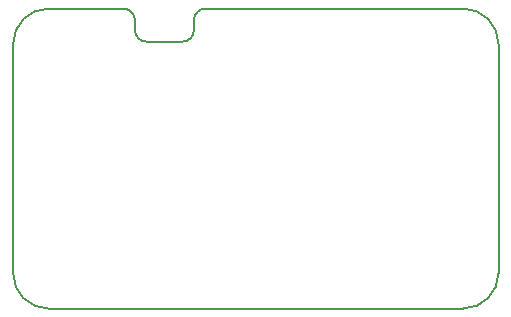
<source format=gbr>
G04 #@! TF.FileFunction,Profile,NP*
%FSLAX46Y46*%
G04 Gerber Fmt 4.6, Leading zero omitted, Abs format (unit mm)*
G04 Created by KiCad (PCBNEW (after 2015-mar-04 BZR unknown)-product) date 12/26/2015 8:30:33 PM*
%MOMM*%
G01*
G04 APERTURE LIST*
%ADD10C,0.150000*%
G04 APERTURE END LIST*
D10*
X43000000Y-60400000D02*
X78100000Y-60400000D01*
X78100000Y-35000000D02*
X56300000Y-35000000D01*
X43000000Y-35000000D02*
X49310000Y-35000000D01*
X55310000Y-36810000D02*
X55310000Y-35980000D01*
X50320000Y-36010000D02*
X50320000Y-36800000D01*
X54320000Y-37810000D02*
X51320000Y-37810000D01*
X50320000Y-36810000D02*
G75*
G03X51320000Y-37810000I1000000J0D01*
G01*
X54320000Y-37810000D02*
G75*
G03X55320000Y-36810000I0J1000000D01*
G01*
X56310000Y-35000000D02*
G75*
G03X55310000Y-36000000I0J-1000000D01*
G01*
X50320000Y-36000000D02*
G75*
G03X49320000Y-35000000I-1000000J0D01*
G01*
X81100000Y-57400000D02*
X81100000Y-38000000D01*
X40000000Y-57400000D02*
X40000000Y-38000000D01*
X40000000Y-57400000D02*
G75*
G03X43000000Y-60400000I3000000J0D01*
G01*
X78100000Y-60400000D02*
G75*
G03X81100000Y-57400000I0J3000000D01*
G01*
X81100000Y-38000000D02*
G75*
G03X78100000Y-35000000I-3000000J0D01*
G01*
X43000000Y-35000000D02*
G75*
G03X40000000Y-38000000I0J-3000000D01*
G01*
M02*

</source>
